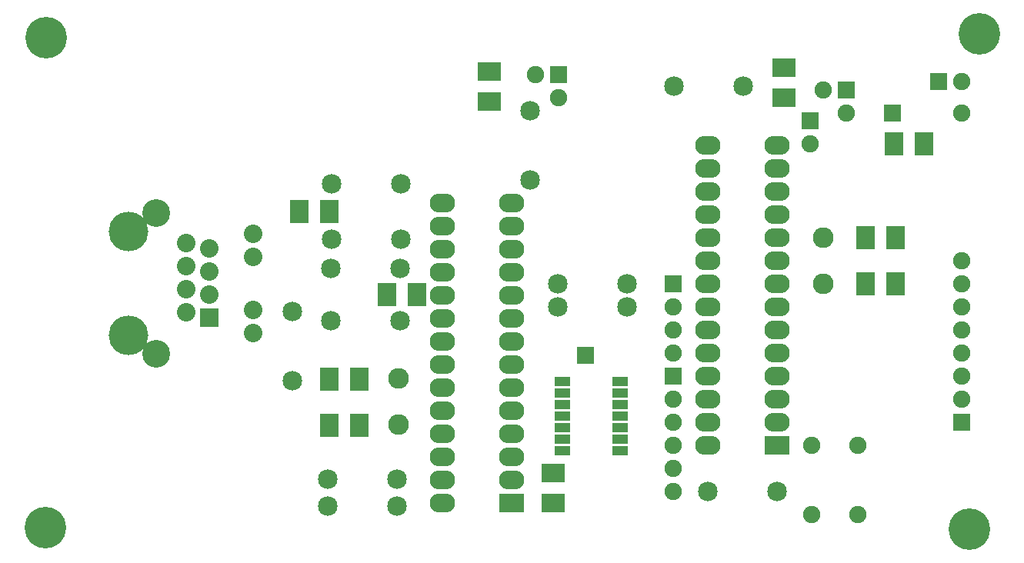
<source format=gbs>
G04 (created by PCBNEW-RS274X (2012-01-19 BZR 3256)-stable) date 4/16/2012 4:42:44 PM*
G01*
G70*
G90*
%MOIN*%
G04 Gerber Fmt 3.4, Leading zero omitted, Abs format*
%FSLAX34Y34*%
G04 APERTURE LIST*
%ADD10C,0.006000*%
%ADD11C,0.075000*%
%ADD12R,0.065000X0.040000*%
%ADD13R,0.100000X0.080000*%
%ADD14R,0.080000X0.100000*%
%ADD15R,0.075000X0.075000*%
%ADD16C,0.085000*%
%ADD17C,0.090000*%
%ADD18O,0.110000X0.082000*%
%ADD19R,0.110000X0.082000*%
%ADD20C,0.171600*%
%ADD21C,0.080000*%
%ADD22C,0.120000*%
%ADD23R,0.080000X0.080000*%
%ADD24C,0.180000*%
G04 APERTURE END LIST*
G54D10*
G54D11*
X45200Y-67300D03*
X43200Y-67300D03*
X45200Y-64300D03*
X43200Y-64300D03*
G54D12*
X32400Y-64550D03*
X32400Y-64050D03*
X32400Y-63550D03*
X32400Y-63050D03*
X32400Y-62550D03*
X32400Y-62050D03*
X32400Y-61550D03*
X34900Y-61550D03*
X34900Y-62050D03*
X34900Y-63050D03*
X34900Y-63550D03*
X34900Y-64050D03*
X34900Y-64550D03*
X34900Y-62550D03*
G54D13*
X29250Y-49400D03*
X29250Y-48100D03*
G54D14*
X46775Y-51250D03*
X48075Y-51250D03*
G54D13*
X32000Y-66800D03*
X32000Y-65500D03*
G54D14*
X45550Y-55300D03*
X46850Y-55300D03*
G54D13*
X42025Y-49250D03*
X42025Y-47950D03*
G54D14*
X23600Y-63450D03*
X22300Y-63450D03*
X23600Y-61450D03*
X22300Y-61450D03*
X22325Y-54175D03*
X21025Y-54175D03*
X26125Y-57775D03*
X24825Y-57775D03*
X45550Y-57300D03*
X46850Y-57300D03*
G54D15*
X49700Y-63300D03*
G54D11*
X49700Y-62300D03*
X49700Y-61300D03*
X49700Y-60300D03*
X49700Y-59300D03*
X49700Y-58300D03*
X49700Y-57300D03*
X49700Y-56300D03*
G54D15*
X37200Y-61300D03*
G54D11*
X37200Y-62300D03*
X37200Y-63300D03*
X37200Y-64300D03*
X37200Y-65300D03*
X37200Y-66300D03*
G54D15*
X37200Y-57300D03*
G54D11*
X37200Y-58300D03*
X37200Y-59300D03*
X37200Y-60300D03*
G54D15*
X48700Y-48525D03*
G54D11*
X49700Y-48525D03*
G54D16*
X20700Y-58500D03*
X20700Y-61500D03*
X31000Y-52800D03*
X31000Y-49800D03*
X22250Y-65775D03*
X25250Y-65775D03*
X22250Y-66925D03*
X25250Y-66925D03*
X25400Y-52975D03*
X22400Y-52975D03*
X22425Y-55375D03*
X25425Y-55375D03*
X22375Y-56650D03*
X25375Y-56650D03*
X25375Y-58900D03*
X22375Y-58900D03*
X40250Y-48750D03*
X37250Y-48750D03*
X35200Y-57300D03*
X32200Y-57300D03*
X35200Y-58300D03*
X32200Y-58300D03*
X38700Y-66300D03*
X41700Y-66300D03*
G54D11*
X44725Y-49900D03*
G54D15*
X44725Y-48900D03*
G54D11*
X43725Y-48900D03*
X32250Y-49250D03*
G54D15*
X32250Y-48250D03*
G54D11*
X31250Y-48250D03*
G54D17*
X43700Y-57300D03*
X43700Y-55300D03*
X25300Y-63400D03*
X25300Y-61400D03*
G54D15*
X46725Y-49900D03*
G54D11*
X49725Y-49900D03*
G54D18*
X41700Y-63300D03*
X41700Y-62300D03*
X41700Y-61300D03*
X41700Y-60300D03*
X41700Y-59300D03*
X41700Y-58300D03*
X41700Y-57300D03*
X41700Y-56300D03*
X41700Y-55300D03*
X41700Y-54300D03*
X41700Y-53300D03*
X41700Y-52300D03*
X41700Y-51300D03*
G54D19*
X41700Y-64300D03*
G54D18*
X38700Y-51300D03*
X38700Y-52300D03*
X38700Y-53300D03*
X38700Y-54300D03*
X38700Y-55300D03*
X38700Y-56300D03*
X38700Y-57300D03*
X38700Y-58300D03*
X38700Y-59300D03*
X38700Y-60300D03*
X38700Y-61300D03*
X38700Y-62300D03*
X38700Y-63300D03*
X38700Y-64300D03*
X30200Y-65800D03*
X30200Y-64800D03*
X30200Y-63800D03*
X30200Y-62800D03*
X30200Y-61800D03*
X30200Y-60800D03*
X30200Y-59800D03*
X30200Y-58800D03*
X30200Y-57800D03*
X30200Y-56800D03*
X30200Y-55800D03*
X30200Y-54800D03*
X30200Y-53800D03*
G54D19*
X30200Y-66800D03*
G54D18*
X27200Y-53800D03*
X27200Y-54800D03*
X27200Y-55800D03*
X27200Y-56800D03*
X27200Y-57800D03*
X27200Y-58800D03*
X27200Y-59800D03*
X27200Y-60800D03*
X27200Y-61800D03*
X27200Y-62800D03*
X27200Y-63800D03*
X27200Y-64800D03*
X27200Y-65800D03*
X27200Y-66800D03*
G54D15*
X33400Y-60400D03*
G54D20*
X13600Y-59525D03*
X13600Y-55025D03*
G54D21*
X16100Y-55525D03*
X17100Y-55775D03*
X16100Y-56525D03*
X17100Y-56775D03*
X16100Y-57525D03*
X17100Y-57775D03*
X16100Y-58525D03*
G54D22*
X14800Y-60325D03*
X14800Y-54225D03*
G54D21*
X19000Y-56125D03*
X19000Y-58425D03*
X19000Y-55125D03*
X19000Y-59425D03*
G54D23*
X17100Y-58775D03*
G54D15*
X43150Y-50250D03*
G54D11*
X43150Y-51250D03*
G54D24*
X10000Y-67875D03*
X50050Y-67925D03*
X50475Y-46475D03*
X10050Y-46625D03*
M02*

</source>
